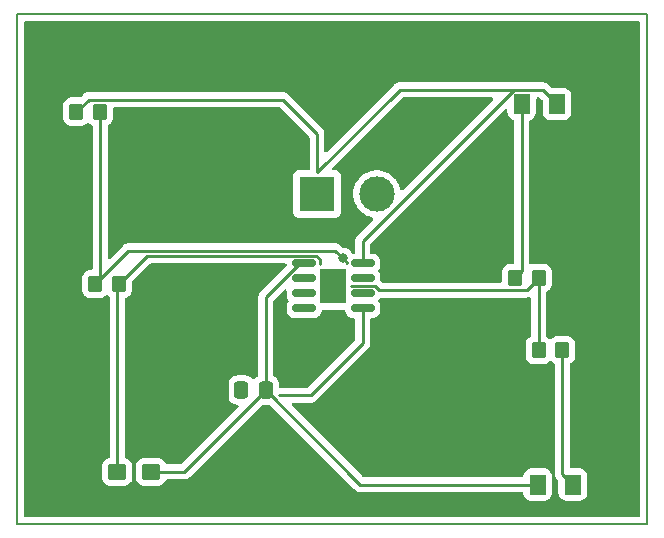
<source format=gbr>
%TF.GenerationSoftware,KiCad,Pcbnew,(6.0.10)*%
%TF.CreationDate,2023-02-17T12:42:37-08:00*%
%TF.ProjectId,exercise2,65786572-6369-4736-9532-2e6b69636164,rev?*%
%TF.SameCoordinates,Original*%
%TF.FileFunction,Copper,L1,Top*%
%TF.FilePolarity,Positive*%
%FSLAX46Y46*%
G04 Gerber Fmt 4.6, Leading zero omitted, Abs format (unit mm)*
G04 Created by KiCad (PCBNEW (6.0.10)) date 2023-02-17 12:42:37*
%MOMM*%
%LPD*%
G01*
G04 APERTURE LIST*
G04 Aperture macros list*
%AMRoundRect*
0 Rectangle with rounded corners*
0 $1 Rounding radius*
0 $2 $3 $4 $5 $6 $7 $8 $9 X,Y pos of 4 corners*
0 Add a 4 corners polygon primitive as box body*
4,1,4,$2,$3,$4,$5,$6,$7,$8,$9,$2,$3,0*
0 Add four circle primitives for the rounded corners*
1,1,$1+$1,$2,$3*
1,1,$1+$1,$4,$5*
1,1,$1+$1,$6,$7*
1,1,$1+$1,$8,$9*
0 Add four rect primitives between the rounded corners*
20,1,$1+$1,$2,$3,$4,$5,0*
20,1,$1+$1,$4,$5,$6,$7,0*
20,1,$1+$1,$6,$7,$8,$9,0*
20,1,$1+$1,$8,$9,$2,$3,0*%
G04 Aperture macros list end*
%TA.AperFunction,NonConductor*%
%ADD10C,0.200000*%
%TD*%
%TA.AperFunction,SMDPad,CuDef*%
%ADD11RoundRect,0.250001X-0.462499X-0.624999X0.462499X-0.624999X0.462499X0.624999X-0.462499X0.624999X0*%
%TD*%
%TA.AperFunction,SMDPad,CuDef*%
%ADD12RoundRect,0.150000X-0.825000X-0.150000X0.825000X-0.150000X0.825000X0.150000X-0.825000X0.150000X0*%
%TD*%
%TA.AperFunction,SMDPad,CuDef*%
%ADD13R,2.290000X3.000000*%
%TD*%
%TA.AperFunction,ComponentPad*%
%ADD14R,3.000000X3.000000*%
%TD*%
%TA.AperFunction,ComponentPad*%
%ADD15C,3.000000*%
%TD*%
%TA.AperFunction,SMDPad,CuDef*%
%ADD16RoundRect,0.250000X-0.350000X-0.450000X0.350000X-0.450000X0.350000X0.450000X-0.350000X0.450000X0*%
%TD*%
%TA.AperFunction,SMDPad,CuDef*%
%ADD17RoundRect,0.250000X-0.537500X-0.425000X0.537500X-0.425000X0.537500X0.425000X-0.537500X0.425000X0*%
%TD*%
%TA.AperFunction,SMDPad,CuDef*%
%ADD18RoundRect,0.250000X-0.337500X-0.475000X0.337500X-0.475000X0.337500X0.475000X-0.337500X0.475000X0*%
%TD*%
%TA.AperFunction,ViaPad*%
%ADD19C,0.800000*%
%TD*%
%TA.AperFunction,Conductor*%
%ADD20C,0.250000*%
%TD*%
G04 APERTURE END LIST*
D10*
X175260000Y-109220000D02*
X121920000Y-109220000D01*
X121920000Y-109220000D02*
X121920000Y-66040000D01*
X121920000Y-66040000D02*
X175260000Y-66040000D01*
X175260000Y-66040000D02*
X175260000Y-109220000D01*
D11*
%TO.P,D1,1,K*%
%TO.N,Net-(D1-Pad1)*%
X164665000Y-73660000D03*
%TO.P,D1,2,A*%
%TO.N,+9V*%
X167640000Y-73660000D03*
%TD*%
D12*
%TO.P,U1,1,GND*%
%TO.N,GND*%
X146235000Y-87155000D03*
%TO.P,U1,2,TR*%
%TO.N,/pin_2*%
X146235000Y-88425000D03*
%TO.P,U1,3,Q*%
%TO.N,/pin_3*%
X146235000Y-89695000D03*
%TO.P,U1,4,R*%
%TO.N,+9V*%
X146235000Y-90965000D03*
%TO.P,U1,5,CV*%
%TO.N,Net-(C2-Pad1)*%
X151185000Y-90965000D03*
%TO.P,U1,6,THR*%
%TO.N,/pin_2*%
X151185000Y-89695000D03*
%TO.P,U1,7,DIS*%
%TO.N,/pin_7*%
X151185000Y-88425000D03*
%TO.P,U1,8,VCC*%
%TO.N,+9V*%
X151185000Y-87155000D03*
D13*
%TO.P,U1,9*%
%TO.N,N/C*%
X148710000Y-89060000D03*
%TD*%
D14*
%TO.P,J1,1,Pin_1*%
%TO.N,unconnected-(J1-Pad1)*%
X147320000Y-81280000D03*
D15*
%TO.P,J1,2,Pin_2*%
%TO.N,unconnected-(J1-Pad2)*%
X152400000Y-81280000D03*
%TD*%
D16*
%TO.P,R4,1*%
%TO.N,/pin_3*%
X166085320Y-94495000D03*
%TO.P,R4,2*%
%TO.N,Net-(D2-Pad2)*%
X168085320Y-94495000D03*
%TD*%
D11*
%TO.P,D2,1,K*%
%TO.N,GND*%
X166012500Y-105880000D03*
%TO.P,D2,2,A*%
%TO.N,Net-(D2-Pad2)*%
X168987500Y-105880000D03*
%TD*%
D17*
%TO.P,C1,1*%
%TO.N,/pin_2*%
X130390000Y-104805000D03*
%TO.P,C1,2*%
%TO.N,GND*%
X133265000Y-104805000D03*
%TD*%
D16*
%TO.P,R3,1*%
%TO.N,Net-(D1-Pad1)*%
X164100000Y-88385000D03*
%TO.P,R3,2*%
%TO.N,/pin_3*%
X166100000Y-88385000D03*
%TD*%
D18*
%TO.P,C2,1*%
%TO.N,Net-(C2-Pad1)*%
X140923752Y-97880000D03*
%TO.P,C2,2*%
%TO.N,GND*%
X142998752Y-97880000D03*
%TD*%
D16*
%TO.P,R1,1*%
%TO.N,+9V*%
X126949448Y-74305000D03*
%TO.P,R1,2*%
%TO.N,/pin_7*%
X128949448Y-74305000D03*
%TD*%
%TO.P,R2,1*%
%TO.N,/pin_7*%
X128540000Y-88900000D03*
%TO.P,R2,2*%
%TO.N,/pin_2*%
X130540000Y-88900000D03*
%TD*%
D19*
%TO.N,/pin_7*%
X149490000Y-86730000D03*
%TD*%
D20*
%TO.N,/pin_2*%
X130390000Y-89050000D02*
X130390000Y-104805000D01*
X147535000Y-86808249D02*
X147535000Y-87235000D01*
X132910000Y-86530000D02*
X147256751Y-86530000D01*
X130540000Y-88900000D02*
X132910000Y-86530000D01*
X130540000Y-88900000D02*
X130390000Y-89050000D01*
X147256751Y-86530000D02*
X147535000Y-86808249D01*
%TO.N,GND*%
X150998752Y-105880000D02*
X166012500Y-105880000D01*
X136073752Y-104805000D02*
X133265000Y-104805000D01*
X145858249Y-87155000D02*
X146235000Y-87155000D01*
X142998752Y-97880000D02*
X142998752Y-90014497D01*
X142998752Y-97880000D02*
X150998752Y-105880000D01*
X142998752Y-90014497D02*
X145858249Y-87155000D01*
X142998752Y-97880000D02*
X136073752Y-104805000D01*
%TO.N,Net-(C2-Pad1)*%
X151185000Y-90965000D02*
X151185000Y-93927792D01*
X151185000Y-93927792D02*
X146782792Y-98330000D01*
X146782792Y-98330000D02*
X144085148Y-98330000D01*
%TO.N,Net-(D1-Pad1)*%
X164665000Y-73660000D02*
X164665000Y-87820000D01*
X164665000Y-87820000D02*
X164100000Y-88385000D01*
%TO.N,+9V*%
X147320000Y-79455000D02*
X154315000Y-72460000D01*
X166440000Y-72460000D02*
X163964328Y-72460000D01*
X151185000Y-85239328D02*
X151185000Y-87155000D01*
X126949448Y-74305000D02*
X127974448Y-73280000D01*
X127974448Y-73280000D02*
X144400000Y-73280000D01*
X147320000Y-76200000D02*
X147320000Y-79455000D01*
X154315000Y-72460000D02*
X166440000Y-72460000D01*
X163964328Y-72460000D02*
X151185000Y-85239328D01*
X166440000Y-72460000D02*
X167640000Y-73660000D01*
X144400000Y-73280000D02*
X147320000Y-76200000D01*
%TO.N,Net-(D2-Pad2)*%
X168085320Y-104977820D02*
X168987500Y-105880000D01*
X168085320Y-94495000D02*
X168085320Y-104977820D01*
%TO.N,/pin_7*%
X131360000Y-86080000D02*
X148840000Y-86080000D01*
X128949448Y-88490552D02*
X128949448Y-74305000D01*
X128540000Y-88900000D02*
X131360000Y-86080000D01*
X149490000Y-86730000D02*
X149885000Y-87125000D01*
X148840000Y-86080000D02*
X149490000Y-86730000D01*
X128540000Y-88900000D02*
X128949448Y-88490552D01*
%TO.N,/pin_3*%
X152206751Y-89070000D02*
X150180000Y-89070000D01*
X165075000Y-89410000D02*
X152546751Y-89410000D01*
X166100000Y-88385000D02*
X166085320Y-88399680D01*
X152546751Y-89410000D02*
X152206751Y-89070000D01*
X166100000Y-88385000D02*
X165075000Y-89410000D01*
X166085320Y-88399680D02*
X166085320Y-94495000D01*
%TD*%
%TA.AperFunction,NonConductor*%
G36*
X162198855Y-73113502D02*
G01*
X162245348Y-73167158D01*
X162255452Y-73237432D01*
X162225958Y-73302012D01*
X162219829Y-73308595D01*
X154581491Y-80946932D01*
X154519179Y-80980958D01*
X154448364Y-80975893D01*
X154391528Y-80933346D01*
X154369014Y-80883388D01*
X154339901Y-80742809D01*
X154339032Y-80738612D01*
X154247617Y-80480465D01*
X154122013Y-80237112D01*
X154112040Y-80222921D01*
X153967008Y-80016562D01*
X153964545Y-80013057D01*
X153778125Y-79812445D01*
X153774810Y-79809731D01*
X153774806Y-79809728D01*
X153613304Y-79677540D01*
X153566205Y-79638990D01*
X153332704Y-79495901D01*
X153328768Y-79494173D01*
X153085873Y-79387549D01*
X153085869Y-79387548D01*
X153081945Y-79385825D01*
X152818566Y-79310800D01*
X152814324Y-79310196D01*
X152814318Y-79310195D01*
X152609387Y-79281029D01*
X152547443Y-79272213D01*
X152403589Y-79271460D01*
X152277877Y-79270802D01*
X152277871Y-79270802D01*
X152273591Y-79270780D01*
X152269347Y-79271339D01*
X152269343Y-79271339D01*
X152195741Y-79281029D01*
X152002078Y-79306525D01*
X151997938Y-79307658D01*
X151997936Y-79307658D01*
X151930037Y-79326233D01*
X151737928Y-79378788D01*
X151733980Y-79380472D01*
X151489982Y-79484546D01*
X151489978Y-79484548D01*
X151486030Y-79486232D01*
X151466125Y-79498145D01*
X151254725Y-79624664D01*
X151254721Y-79624667D01*
X151251043Y-79626868D01*
X151037318Y-79798094D01*
X150848808Y-79996742D01*
X150689002Y-80219136D01*
X150560857Y-80461161D01*
X150559385Y-80465184D01*
X150559383Y-80465188D01*
X150552314Y-80484506D01*
X150466743Y-80718337D01*
X150408404Y-80985907D01*
X150386917Y-81258918D01*
X150402682Y-81532320D01*
X150403507Y-81536525D01*
X150403508Y-81536533D01*
X150433917Y-81691526D01*
X150455405Y-81801053D01*
X150544112Y-82060144D01*
X150667160Y-82304799D01*
X150669586Y-82308328D01*
X150669589Y-82308334D01*
X150819843Y-82526953D01*
X150822274Y-82530490D01*
X151006582Y-82733043D01*
X151216675Y-82908707D01*
X151220316Y-82910991D01*
X151445024Y-83051951D01*
X151445028Y-83051953D01*
X151448664Y-83054234D01*
X151573461Y-83110582D01*
X151694345Y-83165164D01*
X151694349Y-83165166D01*
X151698257Y-83166930D01*
X151702377Y-83168150D01*
X151702376Y-83168150D01*
X151956723Y-83243491D01*
X151956727Y-83243492D01*
X151960836Y-83244709D01*
X151965070Y-83245357D01*
X151965075Y-83245358D01*
X151994831Y-83249911D01*
X152059142Y-83279987D01*
X152096984Y-83340058D01*
X152096342Y-83411051D01*
X152064867Y-83463556D01*
X150792747Y-84735676D01*
X150784461Y-84743216D01*
X150777982Y-84747328D01*
X150772557Y-84753105D01*
X150731357Y-84796979D01*
X150728602Y-84799821D01*
X150708865Y-84819558D01*
X150706385Y-84822755D01*
X150698682Y-84831775D01*
X150668414Y-84864007D01*
X150664595Y-84870953D01*
X150664593Y-84870956D01*
X150658652Y-84881762D01*
X150647801Y-84898281D01*
X150635386Y-84914287D01*
X150632241Y-84921556D01*
X150632238Y-84921560D01*
X150617826Y-84954865D01*
X150612609Y-84965515D01*
X150591305Y-85004268D01*
X150589334Y-85011943D01*
X150589334Y-85011944D01*
X150586267Y-85023890D01*
X150579863Y-85042594D01*
X150571819Y-85061183D01*
X150570580Y-85069006D01*
X150570577Y-85069016D01*
X150564901Y-85104852D01*
X150562495Y-85116472D01*
X150551500Y-85159298D01*
X150551500Y-85179552D01*
X150549949Y-85199262D01*
X150546780Y-85219271D01*
X150547526Y-85227163D01*
X150550941Y-85263289D01*
X150551500Y-85275147D01*
X150551500Y-86220500D01*
X150531498Y-86288621D01*
X150477842Y-86335114D01*
X150425500Y-86346500D01*
X150390377Y-86346500D01*
X150322256Y-86326498D01*
X150281258Y-86283500D01*
X150232341Y-86198774D01*
X150229040Y-86193056D01*
X150101253Y-86051134D01*
X149946752Y-85938882D01*
X149940724Y-85936198D01*
X149940722Y-85936197D01*
X149778319Y-85863891D01*
X149778318Y-85863891D01*
X149772288Y-85861206D01*
X149678888Y-85841353D01*
X149591944Y-85822872D01*
X149591939Y-85822872D01*
X149585487Y-85821500D01*
X149529595Y-85821500D01*
X149461474Y-85801498D01*
X149440500Y-85784595D01*
X149343652Y-85687747D01*
X149336112Y-85679461D01*
X149332000Y-85672982D01*
X149282348Y-85626356D01*
X149279507Y-85623602D01*
X149259770Y-85603865D01*
X149256573Y-85601385D01*
X149247551Y-85593680D01*
X149234116Y-85581064D01*
X149215321Y-85563414D01*
X149208375Y-85559595D01*
X149208372Y-85559593D01*
X149197566Y-85553652D01*
X149181047Y-85542801D01*
X149180583Y-85542441D01*
X149165041Y-85530386D01*
X149157772Y-85527241D01*
X149157768Y-85527238D01*
X149124463Y-85512826D01*
X149113813Y-85507609D01*
X149075060Y-85486305D01*
X149055437Y-85481267D01*
X149036734Y-85474863D01*
X149025420Y-85469967D01*
X149025419Y-85469967D01*
X149018145Y-85466819D01*
X149010322Y-85465580D01*
X149010312Y-85465577D01*
X148974476Y-85459901D01*
X148962856Y-85457495D01*
X148927711Y-85448472D01*
X148927710Y-85448472D01*
X148920030Y-85446500D01*
X148899776Y-85446500D01*
X148880065Y-85444949D01*
X148867886Y-85443020D01*
X148860057Y-85441780D01*
X148830786Y-85444547D01*
X148816039Y-85445941D01*
X148804181Y-85446500D01*
X131438767Y-85446500D01*
X131427584Y-85445973D01*
X131420091Y-85444298D01*
X131412165Y-85444547D01*
X131412164Y-85444547D01*
X131352014Y-85446438D01*
X131348055Y-85446500D01*
X131320144Y-85446500D01*
X131316210Y-85446997D01*
X131316209Y-85446997D01*
X131316144Y-85447005D01*
X131304307Y-85447938D01*
X131272490Y-85448938D01*
X131268029Y-85449078D01*
X131260110Y-85449327D01*
X131242454Y-85454456D01*
X131240658Y-85454978D01*
X131221306Y-85458986D01*
X131214235Y-85459880D01*
X131201203Y-85461526D01*
X131193834Y-85464443D01*
X131193832Y-85464444D01*
X131160097Y-85477800D01*
X131148869Y-85481645D01*
X131106407Y-85493982D01*
X131099585Y-85498016D01*
X131099579Y-85498019D01*
X131088968Y-85504294D01*
X131071218Y-85512990D01*
X131059756Y-85517528D01*
X131059751Y-85517531D01*
X131052383Y-85520448D01*
X131034970Y-85533099D01*
X131016625Y-85546427D01*
X131006707Y-85552943D01*
X131005052Y-85553922D01*
X130968637Y-85575458D01*
X130954313Y-85589782D01*
X130939281Y-85602621D01*
X130922893Y-85614528D01*
X130894712Y-85648593D01*
X130886722Y-85657373D01*
X129798043Y-86746052D01*
X129735731Y-86780078D01*
X129664916Y-86775013D01*
X129608080Y-86732466D01*
X129583269Y-86665946D01*
X129582948Y-86656957D01*
X129582948Y-75541781D01*
X129602950Y-75473660D01*
X129642645Y-75434637D01*
X129767568Y-75357332D01*
X129773796Y-75353478D01*
X129898753Y-75228303D01*
X129991563Y-75077738D01*
X130047245Y-74909861D01*
X130049864Y-74884305D01*
X130057620Y-74808598D01*
X130057948Y-74805400D01*
X130057948Y-74039500D01*
X130077950Y-73971379D01*
X130131606Y-73924886D01*
X130183948Y-73913500D01*
X144085406Y-73913500D01*
X144153527Y-73933502D01*
X144174501Y-73950405D01*
X146649595Y-76425499D01*
X146683621Y-76487811D01*
X146686500Y-76514594D01*
X146686500Y-79145500D01*
X146666498Y-79213621D01*
X146612842Y-79260114D01*
X146560500Y-79271500D01*
X145771866Y-79271500D01*
X145709684Y-79278255D01*
X145573295Y-79329385D01*
X145456739Y-79416739D01*
X145369385Y-79533295D01*
X145318255Y-79669684D01*
X145311500Y-79731866D01*
X145311500Y-82828134D01*
X145318255Y-82890316D01*
X145369385Y-83026705D01*
X145456739Y-83143261D01*
X145573295Y-83230615D01*
X145709684Y-83281745D01*
X145771866Y-83288500D01*
X148868134Y-83288500D01*
X148930316Y-83281745D01*
X149066705Y-83230615D01*
X149183261Y-83143261D01*
X149270615Y-83026705D01*
X149321745Y-82890316D01*
X149328500Y-82828134D01*
X149328500Y-79731866D01*
X149321745Y-79669684D01*
X149270615Y-79533295D01*
X149183261Y-79416739D01*
X149066705Y-79329385D01*
X148930316Y-79278255D01*
X148868134Y-79271500D01*
X148703594Y-79271500D01*
X148635473Y-79251498D01*
X148588980Y-79197842D01*
X148578876Y-79127568D01*
X148608370Y-79062988D01*
X148614499Y-79056405D01*
X151506795Y-76164110D01*
X154540500Y-73130405D01*
X154602812Y-73096379D01*
X154629595Y-73093500D01*
X162130734Y-73093500D01*
X162198855Y-73113502D01*
G37*
%TD.AperFunction*%
%TA.AperFunction,NonConductor*%
G36*
X163362032Y-74062367D02*
G01*
X163418868Y-74104914D01*
X163443679Y-74171434D01*
X163444000Y-74180423D01*
X163444000Y-74335400D01*
X163454974Y-74441165D01*
X163510950Y-74608945D01*
X163604022Y-74759348D01*
X163729197Y-74884305D01*
X163735427Y-74888145D01*
X163735428Y-74888146D01*
X163872590Y-74972694D01*
X163879762Y-74977115D01*
X163927288Y-74992879D01*
X163945167Y-74998809D01*
X164003527Y-75039240D01*
X164030764Y-75104804D01*
X164031500Y-75118402D01*
X164031500Y-87050500D01*
X164011498Y-87118621D01*
X163957842Y-87165114D01*
X163905500Y-87176500D01*
X163699600Y-87176500D01*
X163696354Y-87176837D01*
X163696350Y-87176837D01*
X163600692Y-87186762D01*
X163600688Y-87186763D01*
X163593834Y-87187474D01*
X163587298Y-87189655D01*
X163587296Y-87189655D01*
X163565083Y-87197066D01*
X163426054Y-87243450D01*
X163275652Y-87336522D01*
X163150695Y-87461697D01*
X163146855Y-87467927D01*
X163146854Y-87467928D01*
X163080591Y-87575427D01*
X163057885Y-87612262D01*
X163055581Y-87619209D01*
X163024547Y-87712775D01*
X163002203Y-87780139D01*
X163001503Y-87786975D01*
X163001502Y-87786978D01*
X163000051Y-87801139D01*
X162991500Y-87884600D01*
X162991500Y-88650500D01*
X162971498Y-88718621D01*
X162917842Y-88765114D01*
X162865500Y-88776500D01*
X152861346Y-88776500D01*
X152793225Y-88756498D01*
X152772251Y-88739595D01*
X152710403Y-88677747D01*
X152702864Y-88669464D01*
X152698751Y-88662982D01*
X152696556Y-88660921D01*
X152669406Y-88597694D01*
X152668500Y-88582611D01*
X152668500Y-88208498D01*
X152665562Y-88171169D01*
X152619145Y-88011399D01*
X152534453Y-87868193D01*
X152531771Y-87865511D01*
X152506498Y-87801139D01*
X152520400Y-87731516D01*
X152530572Y-87715688D01*
X152534453Y-87711807D01*
X152619145Y-87568601D01*
X152665562Y-87408831D01*
X152667692Y-87381775D01*
X152668307Y-87373958D01*
X152668307Y-87373950D01*
X152668500Y-87371502D01*
X152668500Y-86938498D01*
X152667477Y-86925500D01*
X152666067Y-86907579D01*
X152666066Y-86907574D01*
X152665562Y-86901169D01*
X152628832Y-86774742D01*
X152621357Y-86749012D01*
X152621356Y-86749010D01*
X152619145Y-86741399D01*
X152569206Y-86656957D01*
X152538491Y-86605020D01*
X152538489Y-86605017D01*
X152534453Y-86598193D01*
X152416807Y-86480547D01*
X152409983Y-86476511D01*
X152409980Y-86476509D01*
X152280427Y-86399892D01*
X152280428Y-86399892D01*
X152273601Y-86395855D01*
X152265990Y-86393644D01*
X152265988Y-86393643D01*
X152213769Y-86378472D01*
X152113831Y-86349438D01*
X152107426Y-86348934D01*
X152107421Y-86348933D01*
X152078958Y-86346693D01*
X152078950Y-86346693D01*
X152076502Y-86346500D01*
X151944500Y-86346500D01*
X151876379Y-86326498D01*
X151829886Y-86272842D01*
X151818500Y-86220500D01*
X151818500Y-85553922D01*
X151838502Y-85485801D01*
X151855405Y-85464827D01*
X163228905Y-74091328D01*
X163291217Y-74057302D01*
X163362032Y-74062367D01*
G37*
%TD.AperFunction*%
%TA.AperFunction,NonConductor*%
G36*
X144670531Y-89342788D02*
G01*
X144727367Y-89385335D01*
X144752178Y-89451855D01*
X144752111Y-89470724D01*
X144751694Y-89476027D01*
X144751500Y-89478498D01*
X144751500Y-89911502D01*
X144751693Y-89913950D01*
X144751693Y-89913958D01*
X144753932Y-89942396D01*
X144754438Y-89948831D01*
X144800855Y-90108601D01*
X144885547Y-90251807D01*
X144888229Y-90254489D01*
X144913502Y-90318861D01*
X144899600Y-90388484D01*
X144889428Y-90404312D01*
X144885547Y-90408193D01*
X144800855Y-90551399D01*
X144754438Y-90711169D01*
X144751500Y-90748498D01*
X144751500Y-91181502D01*
X144754438Y-91218831D01*
X144800855Y-91378601D01*
X144804892Y-91385427D01*
X144881509Y-91514980D01*
X144881511Y-91514983D01*
X144885547Y-91521807D01*
X145003193Y-91639453D01*
X145010017Y-91643489D01*
X145010020Y-91643491D01*
X145117589Y-91707107D01*
X145146399Y-91724145D01*
X145154010Y-91726356D01*
X145154012Y-91726357D01*
X145206231Y-91741528D01*
X145306169Y-91770562D01*
X145312574Y-91771066D01*
X145312579Y-91771067D01*
X145341042Y-91773307D01*
X145341050Y-91773307D01*
X145343498Y-91773500D01*
X147126502Y-91773500D01*
X147128950Y-91773307D01*
X147128958Y-91773307D01*
X147157421Y-91771067D01*
X147157426Y-91771066D01*
X147163831Y-91770562D01*
X147263769Y-91741528D01*
X147315988Y-91726357D01*
X147315990Y-91726356D01*
X147323601Y-91724145D01*
X147352411Y-91707107D01*
X147459980Y-91643491D01*
X147459983Y-91643489D01*
X147466807Y-91639453D01*
X147584453Y-91521807D01*
X147588489Y-91514983D01*
X147588491Y-91514980D01*
X147665108Y-91385427D01*
X147669145Y-91378601D01*
X147715562Y-91218831D01*
X147718255Y-91184614D01*
X147743541Y-91118273D01*
X147800679Y-91076133D01*
X147843867Y-91068500D01*
X149576133Y-91068500D01*
X149644254Y-91088502D01*
X149690747Y-91142158D01*
X149701745Y-91184614D01*
X149704438Y-91218831D01*
X149750855Y-91378601D01*
X149754892Y-91385427D01*
X149831509Y-91514980D01*
X149831511Y-91514983D01*
X149835547Y-91521807D01*
X149953193Y-91639453D01*
X149960017Y-91643489D01*
X149960020Y-91643491D01*
X150067589Y-91707107D01*
X150096399Y-91724145D01*
X150104010Y-91726356D01*
X150104012Y-91726357D01*
X150156231Y-91741528D01*
X150256169Y-91770562D01*
X150262574Y-91771066D01*
X150262579Y-91771067D01*
X150291042Y-91773307D01*
X150291050Y-91773307D01*
X150293498Y-91773500D01*
X150425500Y-91773500D01*
X150493621Y-91793502D01*
X150540114Y-91847158D01*
X150551500Y-91899500D01*
X150551500Y-93613197D01*
X150531498Y-93681318D01*
X150514595Y-93702292D01*
X146557292Y-97659595D01*
X146494980Y-97693621D01*
X146468197Y-97696500D01*
X144220752Y-97696500D01*
X144152631Y-97676498D01*
X144106138Y-97622842D01*
X144094752Y-97570500D01*
X144094752Y-97354600D01*
X144083778Y-97248834D01*
X144027802Y-97081054D01*
X143934730Y-96930652D01*
X143809555Y-96805695D01*
X143692135Y-96733316D01*
X143644643Y-96680545D01*
X143632252Y-96626057D01*
X143632252Y-90329091D01*
X143652254Y-90260970D01*
X143669157Y-90239996D01*
X144263028Y-89646125D01*
X144537406Y-89371748D01*
X144599716Y-89337723D01*
X144670531Y-89342788D01*
G37*
%TD.AperFunction*%
%TA.AperFunction,NonConductor*%
G36*
X174593621Y-66668502D02*
G01*
X174640114Y-66722158D01*
X174651500Y-66774500D01*
X174651500Y-108485500D01*
X174631498Y-108553621D01*
X174577842Y-108600114D01*
X174525500Y-108611500D01*
X122654500Y-108611500D01*
X122586379Y-108591498D01*
X122539886Y-108537842D01*
X122528500Y-108485500D01*
X122528500Y-74805400D01*
X125840948Y-74805400D01*
X125841285Y-74808646D01*
X125841285Y-74808650D01*
X125849534Y-74888146D01*
X125851922Y-74911166D01*
X125854103Y-74917702D01*
X125854103Y-74917704D01*
X125890760Y-75027577D01*
X125907898Y-75078946D01*
X126000970Y-75229348D01*
X126126145Y-75354305D01*
X126132375Y-75358145D01*
X126132376Y-75358146D01*
X126269538Y-75442694D01*
X126276710Y-75447115D01*
X126356453Y-75473564D01*
X126438059Y-75500632D01*
X126438061Y-75500632D01*
X126444587Y-75502797D01*
X126451423Y-75503497D01*
X126451426Y-75503498D01*
X126494479Y-75507909D01*
X126549048Y-75513500D01*
X127349848Y-75513500D01*
X127353094Y-75513163D01*
X127353098Y-75513163D01*
X127448756Y-75503238D01*
X127448760Y-75503237D01*
X127455614Y-75502526D01*
X127462150Y-75500345D01*
X127462152Y-75500345D01*
X127594254Y-75456272D01*
X127623394Y-75446550D01*
X127773796Y-75353478D01*
X127860232Y-75266891D01*
X127922514Y-75232812D01*
X127993334Y-75237815D01*
X128038424Y-75266736D01*
X128126145Y-75354305D01*
X128132375Y-75358145D01*
X128132376Y-75358146D01*
X128256064Y-75434389D01*
X128303558Y-75487162D01*
X128315948Y-75541649D01*
X128315948Y-87565500D01*
X128295946Y-87633621D01*
X128242290Y-87680114D01*
X128189948Y-87691500D01*
X128139600Y-87691500D01*
X128136354Y-87691837D01*
X128136350Y-87691837D01*
X128040692Y-87701762D01*
X128040688Y-87701763D01*
X128033834Y-87702474D01*
X128027298Y-87704655D01*
X128027296Y-87704655D01*
X127895194Y-87748728D01*
X127866054Y-87758450D01*
X127715652Y-87851522D01*
X127590695Y-87976697D01*
X127586855Y-87982927D01*
X127586854Y-87982928D01*
X127564612Y-88019012D01*
X127497885Y-88127262D01*
X127442203Y-88295139D01*
X127431500Y-88399600D01*
X127431500Y-89400400D01*
X127431837Y-89403646D01*
X127431837Y-89403650D01*
X127439860Y-89480968D01*
X127442474Y-89506166D01*
X127444655Y-89512702D01*
X127444655Y-89512704D01*
X127471085Y-89591923D01*
X127498450Y-89673946D01*
X127591522Y-89824348D01*
X127716697Y-89949305D01*
X127722927Y-89953145D01*
X127722928Y-89953146D01*
X127860090Y-90037694D01*
X127867262Y-90042115D01*
X127935915Y-90064886D01*
X128028611Y-90095632D01*
X128028613Y-90095632D01*
X128035139Y-90097797D01*
X128041975Y-90098497D01*
X128041978Y-90098498D01*
X128085031Y-90102909D01*
X128139600Y-90108500D01*
X128940400Y-90108500D01*
X128943646Y-90108163D01*
X128943650Y-90108163D01*
X129039308Y-90098238D01*
X129039312Y-90098237D01*
X129046166Y-90097526D01*
X129052702Y-90095345D01*
X129052704Y-90095345D01*
X129202247Y-90045453D01*
X129213946Y-90041550D01*
X129364348Y-89948478D01*
X129450784Y-89861891D01*
X129513066Y-89827812D01*
X129583886Y-89832815D01*
X129628975Y-89861736D01*
X129716697Y-89949305D01*
X129715059Y-89950945D01*
X129749656Y-89999744D01*
X129756500Y-90040706D01*
X129756500Y-103521610D01*
X129736498Y-103589731D01*
X129682842Y-103636224D01*
X129670377Y-103641133D01*
X129535507Y-103686130D01*
X129535505Y-103686131D01*
X129528554Y-103688450D01*
X129378152Y-103781522D01*
X129253195Y-103906697D01*
X129160385Y-104057262D01*
X129104703Y-104225139D01*
X129094000Y-104329600D01*
X129094000Y-105280400D01*
X129094337Y-105283646D01*
X129094337Y-105283650D01*
X129103884Y-105375659D01*
X129104974Y-105386166D01*
X129107155Y-105392702D01*
X129107155Y-105392704D01*
X129126640Y-105451108D01*
X129160950Y-105553946D01*
X129254022Y-105704348D01*
X129379197Y-105829305D01*
X129385427Y-105833145D01*
X129385428Y-105833146D01*
X129522590Y-105917694D01*
X129529762Y-105922115D01*
X129609505Y-105948564D01*
X129691111Y-105975632D01*
X129691113Y-105975632D01*
X129697639Y-105977797D01*
X129704475Y-105978497D01*
X129704478Y-105978498D01*
X129747531Y-105982909D01*
X129802100Y-105988500D01*
X130977900Y-105988500D01*
X130981146Y-105988163D01*
X130981150Y-105988163D01*
X131076808Y-105978238D01*
X131076812Y-105978237D01*
X131083666Y-105977526D01*
X131090202Y-105975345D01*
X131090204Y-105975345D01*
X131222306Y-105931272D01*
X131251446Y-105921550D01*
X131401848Y-105828478D01*
X131526805Y-105703303D01*
X131530646Y-105697072D01*
X131615775Y-105558968D01*
X131615776Y-105558966D01*
X131619615Y-105552738D01*
X131655974Y-105443118D01*
X131673132Y-105391389D01*
X131673132Y-105391387D01*
X131675297Y-105384861D01*
X131676904Y-105369182D01*
X131685672Y-105283598D01*
X131686000Y-105280400D01*
X131686000Y-104329600D01*
X131675026Y-104223834D01*
X131656606Y-104168621D01*
X131621368Y-104063002D01*
X131619050Y-104056054D01*
X131525978Y-103905652D01*
X131400803Y-103780695D01*
X131394572Y-103776854D01*
X131256468Y-103691725D01*
X131256466Y-103691724D01*
X131250238Y-103687885D01*
X131109833Y-103641315D01*
X131051473Y-103600885D01*
X131024236Y-103535320D01*
X131023500Y-103521722D01*
X131023500Y-90195879D01*
X131043502Y-90127758D01*
X131097158Y-90081265D01*
X131109623Y-90076356D01*
X131206993Y-90043870D01*
X131206995Y-90043869D01*
X131213946Y-90041550D01*
X131364348Y-89948478D01*
X131489305Y-89823303D01*
X131540226Y-89740695D01*
X131578275Y-89678968D01*
X131578276Y-89678966D01*
X131582115Y-89672738D01*
X131630603Y-89526550D01*
X131635632Y-89511389D01*
X131635632Y-89511387D01*
X131637797Y-89504861D01*
X131648500Y-89400400D01*
X131648500Y-88739594D01*
X131668502Y-88671473D01*
X131685405Y-88650499D01*
X133135499Y-87200405D01*
X133197811Y-87166379D01*
X133224594Y-87163500D01*
X144625500Y-87163500D01*
X144693621Y-87183502D01*
X144740114Y-87237158D01*
X144751500Y-87289500D01*
X144751500Y-87313654D01*
X144731498Y-87381775D01*
X144714595Y-87402749D01*
X142606499Y-89510845D01*
X142598213Y-89518385D01*
X142591734Y-89522497D01*
X142586309Y-89528274D01*
X142545109Y-89572148D01*
X142542354Y-89574990D01*
X142522617Y-89594727D01*
X142520137Y-89597924D01*
X142512434Y-89606944D01*
X142482166Y-89639176D01*
X142478347Y-89646122D01*
X142478345Y-89646125D01*
X142472404Y-89656931D01*
X142461553Y-89673450D01*
X142449138Y-89689456D01*
X142445993Y-89696725D01*
X142445990Y-89696729D01*
X142431578Y-89730034D01*
X142426361Y-89740684D01*
X142405057Y-89779437D01*
X142403086Y-89787112D01*
X142403086Y-89787113D01*
X142400019Y-89799059D01*
X142393615Y-89817763D01*
X142389267Y-89827812D01*
X142385571Y-89836352D01*
X142384332Y-89844175D01*
X142384329Y-89844185D01*
X142378653Y-89880021D01*
X142376247Y-89891641D01*
X142368160Y-89923142D01*
X142365252Y-89934467D01*
X142365252Y-89954721D01*
X142363701Y-89974431D01*
X142360532Y-89994440D01*
X142361278Y-90002332D01*
X142364693Y-90038458D01*
X142365252Y-90050316D01*
X142365252Y-96625954D01*
X142345250Y-96694075D01*
X142305555Y-96733098D01*
X142186904Y-96806522D01*
X142061947Y-96931697D01*
X142059346Y-96935916D01*
X142002222Y-96976417D01*
X141931299Y-96979649D01*
X141869887Y-96944024D01*
X141863330Y-96936470D01*
X141859730Y-96930652D01*
X141734555Y-96805695D01*
X141617137Y-96733317D01*
X141590220Y-96716725D01*
X141590218Y-96716724D01*
X141583990Y-96712885D01*
X141504247Y-96686436D01*
X141422641Y-96659368D01*
X141422639Y-96659368D01*
X141416113Y-96657203D01*
X141409277Y-96656503D01*
X141409274Y-96656502D01*
X141366221Y-96652091D01*
X141311652Y-96646500D01*
X140535852Y-96646500D01*
X140532606Y-96646837D01*
X140532602Y-96646837D01*
X140436944Y-96656762D01*
X140436940Y-96656763D01*
X140430086Y-96657474D01*
X140423550Y-96659655D01*
X140423548Y-96659655D01*
X140360934Y-96680545D01*
X140262306Y-96713450D01*
X140111904Y-96806522D01*
X139986947Y-96931697D01*
X139894137Y-97082262D01*
X139838455Y-97250139D01*
X139827752Y-97354600D01*
X139827752Y-98405400D01*
X139838726Y-98511166D01*
X139894702Y-98678946D01*
X139987774Y-98829348D01*
X140112949Y-98954305D01*
X140119179Y-98958145D01*
X140119180Y-98958146D01*
X140127967Y-98963562D01*
X140263514Y-99047115D01*
X140343257Y-99073564D01*
X140424863Y-99100632D01*
X140424865Y-99100632D01*
X140431391Y-99102797D01*
X140438227Y-99103497D01*
X140438230Y-99103498D01*
X140481283Y-99107909D01*
X140535852Y-99113500D01*
X140565158Y-99113500D01*
X140633279Y-99133502D01*
X140679772Y-99187158D01*
X140689876Y-99257432D01*
X140660382Y-99322012D01*
X140654253Y-99328595D01*
X135848252Y-104134595D01*
X135785940Y-104168621D01*
X135759157Y-104171500D01*
X134623357Y-104171500D01*
X134555236Y-104151498D01*
X134508743Y-104097842D01*
X134503834Y-104085378D01*
X134496370Y-104063005D01*
X134496367Y-104062998D01*
X134494050Y-104056054D01*
X134400978Y-103905652D01*
X134275803Y-103780695D01*
X134269572Y-103776854D01*
X134131468Y-103691725D01*
X134131466Y-103691724D01*
X134125238Y-103687885D01*
X134045495Y-103661436D01*
X133963889Y-103634368D01*
X133963887Y-103634368D01*
X133957361Y-103632203D01*
X133950525Y-103631503D01*
X133950522Y-103631502D01*
X133899074Y-103626231D01*
X133852900Y-103621500D01*
X132677100Y-103621500D01*
X132673854Y-103621837D01*
X132673850Y-103621837D01*
X132578192Y-103631762D01*
X132578188Y-103631763D01*
X132571334Y-103632474D01*
X132564798Y-103634655D01*
X132564796Y-103634655D01*
X132544834Y-103641315D01*
X132403554Y-103688450D01*
X132253152Y-103781522D01*
X132128195Y-103906697D01*
X132035385Y-104057262D01*
X131979703Y-104225139D01*
X131969000Y-104329600D01*
X131969000Y-105280400D01*
X131969337Y-105283646D01*
X131969337Y-105283650D01*
X131978884Y-105375659D01*
X131979974Y-105386166D01*
X131982155Y-105392702D01*
X131982155Y-105392704D01*
X132001640Y-105451108D01*
X132035950Y-105553946D01*
X132129022Y-105704348D01*
X132254197Y-105829305D01*
X132260427Y-105833145D01*
X132260428Y-105833146D01*
X132397590Y-105917694D01*
X132404762Y-105922115D01*
X132484505Y-105948564D01*
X132566111Y-105975632D01*
X132566113Y-105975632D01*
X132572639Y-105977797D01*
X132579475Y-105978497D01*
X132579478Y-105978498D01*
X132622531Y-105982909D01*
X132677100Y-105988500D01*
X133852900Y-105988500D01*
X133856146Y-105988163D01*
X133856150Y-105988163D01*
X133951808Y-105978238D01*
X133951812Y-105978237D01*
X133958666Y-105977526D01*
X133965202Y-105975345D01*
X133965204Y-105975345D01*
X134097306Y-105931272D01*
X134126446Y-105921550D01*
X134276848Y-105828478D01*
X134401805Y-105703303D01*
X134405646Y-105697072D01*
X134490775Y-105558968D01*
X134490776Y-105558966D01*
X134494615Y-105552738D01*
X134503872Y-105524830D01*
X134544303Y-105466472D01*
X134609867Y-105439236D01*
X134623464Y-105438500D01*
X135994985Y-105438500D01*
X136006168Y-105439027D01*
X136013661Y-105440702D01*
X136021587Y-105440453D01*
X136021588Y-105440453D01*
X136081738Y-105438562D01*
X136085697Y-105438500D01*
X136113608Y-105438500D01*
X136117543Y-105438003D01*
X136117608Y-105437995D01*
X136129445Y-105437062D01*
X136161703Y-105436048D01*
X136165722Y-105435922D01*
X136173641Y-105435673D01*
X136193095Y-105430021D01*
X136212452Y-105426013D01*
X136224682Y-105424468D01*
X136224683Y-105424468D01*
X136232549Y-105423474D01*
X136239920Y-105420555D01*
X136239922Y-105420555D01*
X136273664Y-105407196D01*
X136284894Y-105403351D01*
X136319735Y-105393229D01*
X136319736Y-105393229D01*
X136327345Y-105391018D01*
X136334164Y-105386985D01*
X136334169Y-105386983D01*
X136344780Y-105380707D01*
X136362528Y-105372012D01*
X136381369Y-105364552D01*
X136417139Y-105338564D01*
X136427059Y-105332048D01*
X136458287Y-105313580D01*
X136458290Y-105313578D01*
X136465114Y-105309542D01*
X136479435Y-105295221D01*
X136494469Y-105282380D01*
X136497194Y-105280400D01*
X136510859Y-105270472D01*
X136539050Y-105236395D01*
X136547040Y-105227616D01*
X142624252Y-99150405D01*
X142686564Y-99116379D01*
X142713347Y-99113500D01*
X143284158Y-99113500D01*
X143352279Y-99133502D01*
X143373253Y-99150405D01*
X150495095Y-106272247D01*
X150502639Y-106280537D01*
X150506752Y-106287018D01*
X150512529Y-106292443D01*
X150556419Y-106333658D01*
X150559261Y-106336413D01*
X150578982Y-106356134D01*
X150582177Y-106358612D01*
X150591199Y-106366318D01*
X150623431Y-106396586D01*
X150630380Y-106400406D01*
X150641184Y-106406346D01*
X150657708Y-106417199D01*
X150673711Y-106429613D01*
X150714295Y-106447176D01*
X150724925Y-106452383D01*
X150763692Y-106473695D01*
X150771369Y-106475666D01*
X150771374Y-106475668D01*
X150783310Y-106478732D01*
X150802018Y-106485137D01*
X150820607Y-106493181D01*
X150828432Y-106494420D01*
X150828434Y-106494421D01*
X150864271Y-106500097D01*
X150875892Y-106502504D01*
X150911041Y-106511528D01*
X150918722Y-106513500D01*
X150938983Y-106513500D01*
X150958692Y-106515051D01*
X150978695Y-106518219D01*
X150986587Y-106517473D01*
X150991814Y-106516979D01*
X151022706Y-106514059D01*
X151034563Y-106513500D01*
X164673550Y-106513500D01*
X164741671Y-106533502D01*
X164788164Y-106587158D01*
X164798877Y-106626496D01*
X164802474Y-106661165D01*
X164858450Y-106828945D01*
X164951522Y-106979348D01*
X165076697Y-107104305D01*
X165082927Y-107108145D01*
X165082928Y-107108146D01*
X165220090Y-107192694D01*
X165227262Y-107197115D01*
X165307005Y-107223564D01*
X165388611Y-107250632D01*
X165388613Y-107250632D01*
X165395139Y-107252797D01*
X165401975Y-107253497D01*
X165401978Y-107253498D01*
X165445031Y-107257909D01*
X165499600Y-107263500D01*
X166525400Y-107263500D01*
X166528646Y-107263163D01*
X166528650Y-107263163D01*
X166624307Y-107253238D01*
X166624311Y-107253237D01*
X166631165Y-107252526D01*
X166637701Y-107250345D01*
X166637703Y-107250345D01*
X166769805Y-107206272D01*
X166798945Y-107196550D01*
X166949348Y-107103478D01*
X167074305Y-106978303D01*
X167167115Y-106827738D01*
X167222797Y-106659861D01*
X167226216Y-106626497D01*
X167233172Y-106558598D01*
X167233500Y-106555400D01*
X167233500Y-105207768D01*
X167253502Y-105139647D01*
X167275763Y-105120358D01*
X167243308Y-105105536D01*
X167206296Y-105050188D01*
X167168868Y-104938003D01*
X167166550Y-104931055D01*
X167073478Y-104780652D01*
X166948303Y-104655695D01*
X166942072Y-104651854D01*
X166803968Y-104566725D01*
X166803966Y-104566724D01*
X166797738Y-104562885D01*
X166637254Y-104509655D01*
X166636389Y-104509368D01*
X166636387Y-104509368D01*
X166629861Y-104507203D01*
X166623025Y-104506503D01*
X166623022Y-104506502D01*
X166579969Y-104502091D01*
X166525400Y-104496500D01*
X165499600Y-104496500D01*
X165496354Y-104496837D01*
X165496350Y-104496837D01*
X165400693Y-104506762D01*
X165400689Y-104506763D01*
X165393835Y-104507474D01*
X165387299Y-104509655D01*
X165387297Y-104509655D01*
X165255195Y-104553728D01*
X165226055Y-104563450D01*
X165075652Y-104656522D01*
X164950695Y-104781697D01*
X164946855Y-104787927D01*
X164946854Y-104787928D01*
X164872916Y-104907878D01*
X164857885Y-104932262D01*
X164855581Y-104939209D01*
X164809403Y-105078433D01*
X164802203Y-105100139D01*
X164801502Y-105106977D01*
X164801502Y-105106979D01*
X164798801Y-105133342D01*
X164771960Y-105199070D01*
X164713845Y-105239852D01*
X164673457Y-105246500D01*
X151313347Y-105246500D01*
X151245226Y-105226498D01*
X151224252Y-105209595D01*
X145193252Y-99178595D01*
X145159226Y-99116283D01*
X145164291Y-99045468D01*
X145206838Y-98988632D01*
X145273358Y-98963821D01*
X145282347Y-98963500D01*
X146704025Y-98963500D01*
X146715208Y-98964027D01*
X146722701Y-98965702D01*
X146730627Y-98965453D01*
X146730628Y-98965453D01*
X146790778Y-98963562D01*
X146794737Y-98963500D01*
X146822648Y-98963500D01*
X146826583Y-98963003D01*
X146826648Y-98962995D01*
X146838485Y-98962062D01*
X146870743Y-98961048D01*
X146874762Y-98960922D01*
X146882681Y-98960673D01*
X146902135Y-98955021D01*
X146921492Y-98951013D01*
X146933722Y-98949468D01*
X146933723Y-98949468D01*
X146941589Y-98948474D01*
X146948960Y-98945555D01*
X146948962Y-98945555D01*
X146982704Y-98932196D01*
X146993934Y-98928351D01*
X147028775Y-98918229D01*
X147028776Y-98918229D01*
X147036385Y-98916018D01*
X147043204Y-98911985D01*
X147043209Y-98911983D01*
X147053820Y-98905707D01*
X147071568Y-98897012D01*
X147090409Y-98889552D01*
X147126179Y-98863564D01*
X147136099Y-98857048D01*
X147167327Y-98838580D01*
X147167330Y-98838578D01*
X147174154Y-98834542D01*
X147188475Y-98820221D01*
X147203509Y-98807380D01*
X147213486Y-98800131D01*
X147219899Y-98795472D01*
X147248090Y-98761395D01*
X147256080Y-98752616D01*
X151577247Y-94431449D01*
X151585537Y-94423905D01*
X151592018Y-94419792D01*
X151638659Y-94370124D01*
X151641413Y-94367283D01*
X151661134Y-94347562D01*
X151663612Y-94344367D01*
X151671318Y-94335345D01*
X151696158Y-94308893D01*
X151701586Y-94303113D01*
X151711346Y-94285360D01*
X151722199Y-94268837D01*
X151729753Y-94259098D01*
X151734613Y-94252833D01*
X151752176Y-94212249D01*
X151757383Y-94201619D01*
X151778695Y-94162852D01*
X151780666Y-94155175D01*
X151780668Y-94155170D01*
X151783732Y-94143234D01*
X151790138Y-94124522D01*
X151795033Y-94113211D01*
X151798181Y-94105937D01*
X151799421Y-94098109D01*
X151799423Y-94098102D01*
X151805099Y-94062268D01*
X151807505Y-94050648D01*
X151816528Y-94015503D01*
X151816528Y-94015502D01*
X151818500Y-94007822D01*
X151818500Y-93987568D01*
X151820051Y-93967857D01*
X151821980Y-93955678D01*
X151823220Y-93947849D01*
X151819059Y-93903830D01*
X151818500Y-93891973D01*
X151818500Y-91899500D01*
X151838502Y-91831379D01*
X151892158Y-91784886D01*
X151944500Y-91773500D01*
X152076502Y-91773500D01*
X152078950Y-91773307D01*
X152078958Y-91773307D01*
X152107421Y-91771067D01*
X152107426Y-91771066D01*
X152113831Y-91770562D01*
X152213769Y-91741528D01*
X152265988Y-91726357D01*
X152265990Y-91726356D01*
X152273601Y-91724145D01*
X152302411Y-91707107D01*
X152409980Y-91643491D01*
X152409983Y-91643489D01*
X152416807Y-91639453D01*
X152534453Y-91521807D01*
X152538489Y-91514983D01*
X152538491Y-91514980D01*
X152615108Y-91385427D01*
X152619145Y-91378601D01*
X152665562Y-91218831D01*
X152668500Y-91181502D01*
X152668500Y-90748498D01*
X152665562Y-90711169D01*
X152619145Y-90551399D01*
X152534453Y-90408193D01*
X152531771Y-90405511D01*
X152506498Y-90341139D01*
X152520400Y-90271516D01*
X152530572Y-90255688D01*
X152534453Y-90251807D01*
X152619145Y-90108601D01*
X152621326Y-90109891D01*
X152658772Y-90064886D01*
X152729000Y-90043500D01*
X164996233Y-90043500D01*
X165007416Y-90044027D01*
X165014909Y-90045702D01*
X165022835Y-90045453D01*
X165022836Y-90045453D01*
X165082986Y-90043562D01*
X165086945Y-90043500D01*
X165114856Y-90043500D01*
X165118791Y-90043003D01*
X165118856Y-90042995D01*
X165130693Y-90042062D01*
X165162951Y-90041048D01*
X165166970Y-90040922D01*
X165174889Y-90040673D01*
X165194343Y-90035021D01*
X165213700Y-90031013D01*
X165225930Y-90029468D01*
X165225931Y-90029468D01*
X165233797Y-90028474D01*
X165241168Y-90025555D01*
X165241170Y-90025555D01*
X165274912Y-90012196D01*
X165286133Y-90008354D01*
X165290658Y-90007039D01*
X165361654Y-90007236D01*
X165421274Y-90045786D01*
X165450587Y-90110448D01*
X165451820Y-90128033D01*
X165451820Y-93258219D01*
X165431818Y-93326340D01*
X165392123Y-93365363D01*
X165260972Y-93446522D01*
X165136015Y-93571697D01*
X165043205Y-93722262D01*
X164987523Y-93890139D01*
X164976820Y-93994600D01*
X164976820Y-94995400D01*
X164987794Y-95101166D01*
X165043770Y-95268946D01*
X165136842Y-95419348D01*
X165262017Y-95544305D01*
X165268247Y-95548145D01*
X165268248Y-95548146D01*
X165405410Y-95632694D01*
X165412582Y-95637115D01*
X165492325Y-95663564D01*
X165573931Y-95690632D01*
X165573933Y-95690632D01*
X165580459Y-95692797D01*
X165587295Y-95693497D01*
X165587298Y-95693498D01*
X165630351Y-95697909D01*
X165684920Y-95703500D01*
X166485720Y-95703500D01*
X166488966Y-95703163D01*
X166488970Y-95703163D01*
X166584628Y-95693238D01*
X166584632Y-95693237D01*
X166591486Y-95692526D01*
X166598022Y-95690345D01*
X166598024Y-95690345D01*
X166730126Y-95646272D01*
X166759266Y-95636550D01*
X166909668Y-95543478D01*
X166996104Y-95456891D01*
X167058386Y-95422812D01*
X167129206Y-95427815D01*
X167174296Y-95456736D01*
X167262017Y-95544305D01*
X167268247Y-95548145D01*
X167268248Y-95548146D01*
X167391936Y-95624389D01*
X167439430Y-95677162D01*
X167451820Y-95731649D01*
X167451820Y-104899053D01*
X167451293Y-104910236D01*
X167449618Y-104917729D01*
X167449867Y-104925655D01*
X167449867Y-104925656D01*
X167451758Y-104985806D01*
X167451820Y-104989765D01*
X167451820Y-105010312D01*
X167431818Y-105078433D01*
X167409557Y-105097722D01*
X167442012Y-105112544D01*
X167476652Y-105161386D01*
X167483124Y-105177733D01*
X167486969Y-105188962D01*
X167499302Y-105231413D01*
X167503335Y-105238232D01*
X167503337Y-105238237D01*
X167509613Y-105248848D01*
X167518308Y-105266596D01*
X167525768Y-105285437D01*
X167530430Y-105291853D01*
X167530430Y-105291854D01*
X167551756Y-105321207D01*
X167558272Y-105331127D01*
X167575283Y-105359890D01*
X167580778Y-105369182D01*
X167595099Y-105383503D01*
X167607939Y-105398536D01*
X167619848Y-105414927D01*
X167650704Y-105440453D01*
X167653925Y-105443118D01*
X167662704Y-105451108D01*
X167729595Y-105517999D01*
X167763621Y-105580311D01*
X167766500Y-105607094D01*
X167766500Y-106555400D01*
X167777474Y-106661165D01*
X167833450Y-106828945D01*
X167926522Y-106979348D01*
X168051697Y-107104305D01*
X168057927Y-107108145D01*
X168057928Y-107108146D01*
X168195090Y-107192694D01*
X168202262Y-107197115D01*
X168282005Y-107223564D01*
X168363611Y-107250632D01*
X168363613Y-107250632D01*
X168370139Y-107252797D01*
X168376975Y-107253497D01*
X168376978Y-107253498D01*
X168420031Y-107257909D01*
X168474600Y-107263500D01*
X169500400Y-107263500D01*
X169503646Y-107263163D01*
X169503650Y-107263163D01*
X169599307Y-107253238D01*
X169599311Y-107253237D01*
X169606165Y-107252526D01*
X169612701Y-107250345D01*
X169612703Y-107250345D01*
X169744805Y-107206272D01*
X169773945Y-107196550D01*
X169924348Y-107103478D01*
X170049305Y-106978303D01*
X170142115Y-106827738D01*
X170197797Y-106659861D01*
X170201216Y-106626497D01*
X170208172Y-106558598D01*
X170208500Y-106555400D01*
X170208500Y-105204600D01*
X170207926Y-105199070D01*
X170198238Y-105105693D01*
X170198237Y-105105689D01*
X170197526Y-105098835D01*
X170190720Y-105078433D01*
X170143868Y-104938003D01*
X170141550Y-104931055D01*
X170048478Y-104780652D01*
X169923303Y-104655695D01*
X169917072Y-104651854D01*
X169778968Y-104566725D01*
X169778966Y-104566724D01*
X169772738Y-104562885D01*
X169612254Y-104509655D01*
X169611389Y-104509368D01*
X169611387Y-104509368D01*
X169604861Y-104507203D01*
X169598025Y-104506503D01*
X169598022Y-104506502D01*
X169554969Y-104502091D01*
X169500400Y-104496500D01*
X168844820Y-104496500D01*
X168776699Y-104476498D01*
X168730206Y-104422842D01*
X168718820Y-104370500D01*
X168718820Y-95731781D01*
X168738822Y-95663660D01*
X168778517Y-95624637D01*
X168903440Y-95547332D01*
X168909668Y-95543478D01*
X169034625Y-95418303D01*
X169127435Y-95267738D01*
X169183117Y-95099861D01*
X169193820Y-94995400D01*
X169193820Y-93994600D01*
X169193483Y-93991350D01*
X169183558Y-93895692D01*
X169183557Y-93895688D01*
X169182846Y-93888834D01*
X169126870Y-93721054D01*
X169033798Y-93570652D01*
X168908623Y-93445695D01*
X168902392Y-93441854D01*
X168764288Y-93356725D01*
X168764286Y-93356724D01*
X168758058Y-93352885D01*
X168678027Y-93326340D01*
X168596709Y-93299368D01*
X168596707Y-93299368D01*
X168590181Y-93297203D01*
X168583345Y-93296503D01*
X168583342Y-93296502D01*
X168540289Y-93292091D01*
X168485720Y-93286500D01*
X167684920Y-93286500D01*
X167681674Y-93286837D01*
X167681670Y-93286837D01*
X167586012Y-93296762D01*
X167586008Y-93296763D01*
X167579154Y-93297474D01*
X167572618Y-93299655D01*
X167572616Y-93299655D01*
X167492632Y-93326340D01*
X167411374Y-93353450D01*
X167260972Y-93446522D01*
X167255799Y-93451704D01*
X167174536Y-93533109D01*
X167112254Y-93567188D01*
X167041434Y-93562185D01*
X166996345Y-93533264D01*
X166913803Y-93450866D01*
X166908623Y-93445695D01*
X166902392Y-93441854D01*
X166778704Y-93365611D01*
X166731210Y-93312838D01*
X166718820Y-93258351D01*
X166718820Y-89630865D01*
X166738822Y-89562744D01*
X166778516Y-89523722D01*
X166924348Y-89433478D01*
X167049305Y-89308303D01*
X167142115Y-89157738D01*
X167197797Y-88989861D01*
X167208500Y-88885400D01*
X167208500Y-87884600D01*
X167204668Y-87847668D01*
X167198238Y-87785692D01*
X167198237Y-87785688D01*
X167197526Y-87778834D01*
X167190726Y-87758450D01*
X167143868Y-87618002D01*
X167141550Y-87611054D01*
X167048478Y-87460652D01*
X166923303Y-87335695D01*
X166848361Y-87289500D01*
X166778968Y-87246725D01*
X166778966Y-87246724D01*
X166772738Y-87242885D01*
X166644664Y-87200405D01*
X166611389Y-87189368D01*
X166611387Y-87189368D01*
X166604861Y-87187203D01*
X166598025Y-87186503D01*
X166598022Y-87186502D01*
X166554969Y-87182091D01*
X166500400Y-87176500D01*
X165699600Y-87176500D01*
X165696354Y-87176837D01*
X165696350Y-87176837D01*
X165600692Y-87186762D01*
X165600688Y-87186763D01*
X165593834Y-87187474D01*
X165587292Y-87189657D01*
X165587290Y-87189657D01*
X165464377Y-87230664D01*
X165393427Y-87233249D01*
X165332343Y-87197066D01*
X165300518Y-87133602D01*
X165298500Y-87111141D01*
X165298500Y-75118367D01*
X165318502Y-75050246D01*
X165372158Y-75003753D01*
X165384623Y-74998844D01*
X165444501Y-74978867D01*
X165444503Y-74978866D01*
X165451445Y-74976550D01*
X165559214Y-74909861D01*
X165595620Y-74887332D01*
X165601848Y-74883478D01*
X165726805Y-74758303D01*
X165819615Y-74607738D01*
X165875297Y-74439861D01*
X165886000Y-74335400D01*
X165886000Y-73219500D01*
X165906002Y-73151379D01*
X165959658Y-73104886D01*
X166012000Y-73093500D01*
X166125406Y-73093500D01*
X166193527Y-73113502D01*
X166214501Y-73130405D01*
X166382095Y-73297999D01*
X166416121Y-73360311D01*
X166419000Y-73387094D01*
X166419000Y-74335400D01*
X166429974Y-74441165D01*
X166485950Y-74608945D01*
X166579022Y-74759348D01*
X166704197Y-74884305D01*
X166710427Y-74888145D01*
X166710428Y-74888146D01*
X166847590Y-74972694D01*
X166854762Y-74977115D01*
X166920168Y-74998809D01*
X167016111Y-75030632D01*
X167016113Y-75030632D01*
X167022639Y-75032797D01*
X167029475Y-75033497D01*
X167029478Y-75033498D01*
X167072531Y-75037909D01*
X167127100Y-75043500D01*
X168152900Y-75043500D01*
X168156146Y-75043163D01*
X168156150Y-75043163D01*
X168251807Y-75033238D01*
X168251811Y-75033237D01*
X168258665Y-75032526D01*
X168265201Y-75030345D01*
X168265203Y-75030345D01*
X168397305Y-74986272D01*
X168426445Y-74976550D01*
X168576848Y-74883478D01*
X168701805Y-74758303D01*
X168794615Y-74607738D01*
X168850297Y-74439861D01*
X168861000Y-74335400D01*
X168861000Y-72984600D01*
X168850026Y-72878835D01*
X168846264Y-72867557D01*
X168796368Y-72718003D01*
X168794050Y-72711055D01*
X168700978Y-72560652D01*
X168575803Y-72435695D01*
X168425238Y-72342885D01*
X168345495Y-72316436D01*
X168263889Y-72289368D01*
X168263887Y-72289368D01*
X168257361Y-72287203D01*
X168250525Y-72286503D01*
X168250522Y-72286502D01*
X168207469Y-72282091D01*
X168152900Y-72276500D01*
X167204595Y-72276500D01*
X167136474Y-72256498D01*
X167115500Y-72239595D01*
X166943652Y-72067747D01*
X166936112Y-72059461D01*
X166932000Y-72052982D01*
X166882348Y-72006356D01*
X166879507Y-72003602D01*
X166859770Y-71983865D01*
X166856573Y-71981385D01*
X166847551Y-71973680D01*
X166834122Y-71961069D01*
X166815321Y-71943414D01*
X166808375Y-71939595D01*
X166808372Y-71939593D01*
X166797566Y-71933652D01*
X166781047Y-71922801D01*
X166780583Y-71922441D01*
X166765041Y-71910386D01*
X166757772Y-71907241D01*
X166757768Y-71907238D01*
X166724463Y-71892826D01*
X166713813Y-71887609D01*
X166675060Y-71866305D01*
X166655437Y-71861267D01*
X166636734Y-71854863D01*
X166625420Y-71849967D01*
X166625419Y-71849967D01*
X166618145Y-71846819D01*
X166610322Y-71845580D01*
X166610312Y-71845577D01*
X166574476Y-71839901D01*
X166562856Y-71837495D01*
X166527711Y-71828472D01*
X166527710Y-71828472D01*
X166520030Y-71826500D01*
X166499776Y-71826500D01*
X166480065Y-71824949D01*
X166467886Y-71823020D01*
X166460057Y-71821780D01*
X166430786Y-71824547D01*
X166416039Y-71825941D01*
X166404181Y-71826500D01*
X164043095Y-71826500D01*
X164031912Y-71825973D01*
X164024419Y-71824298D01*
X164016493Y-71824547D01*
X164016492Y-71824547D01*
X163956329Y-71826438D01*
X163952371Y-71826500D01*
X154393767Y-71826500D01*
X154382584Y-71825973D01*
X154375091Y-71824298D01*
X154367165Y-71824547D01*
X154367164Y-71824547D01*
X154307001Y-71826438D01*
X154303043Y-71826500D01*
X154275144Y-71826500D01*
X154271154Y-71827004D01*
X154259320Y-71827936D01*
X154215111Y-71829326D01*
X154207497Y-71831538D01*
X154207492Y-71831539D01*
X154195659Y-71834977D01*
X154176296Y-71838988D01*
X154156203Y-71841526D01*
X154148836Y-71844443D01*
X154148831Y-71844444D01*
X154115092Y-71857802D01*
X154103865Y-71861646D01*
X154061407Y-71873982D01*
X154054581Y-71878019D01*
X154043972Y-71884293D01*
X154026224Y-71892988D01*
X154007383Y-71900448D01*
X154000967Y-71905110D01*
X154000966Y-71905110D01*
X153971613Y-71926436D01*
X153961693Y-71932952D01*
X153930465Y-71951420D01*
X153930462Y-71951422D01*
X153923638Y-71955458D01*
X153909317Y-71969779D01*
X153894284Y-71982619D01*
X153877893Y-71994528D01*
X153869217Y-72005016D01*
X153849702Y-72028605D01*
X153841712Y-72037384D01*
X148168595Y-77710500D01*
X148106283Y-77744526D01*
X148035468Y-77739461D01*
X147978632Y-77696914D01*
X147953821Y-77630394D01*
X147953500Y-77621405D01*
X147953500Y-76278768D01*
X147954027Y-76267585D01*
X147955702Y-76260092D01*
X147953562Y-76192001D01*
X147953500Y-76188044D01*
X147953500Y-76160144D01*
X147952996Y-76156153D01*
X147952063Y-76144311D01*
X147950923Y-76108036D01*
X147950674Y-76100111D01*
X147945021Y-76080652D01*
X147941012Y-76061293D01*
X147940846Y-76059983D01*
X147938474Y-76041203D01*
X147935558Y-76033837D01*
X147935556Y-76033831D01*
X147922200Y-76000098D01*
X147918355Y-75988868D01*
X147908230Y-75954017D01*
X147908230Y-75954016D01*
X147906019Y-75946407D01*
X147895705Y-75928966D01*
X147887008Y-75911213D01*
X147882472Y-75899758D01*
X147879552Y-75892383D01*
X147853563Y-75856612D01*
X147847047Y-75846692D01*
X147828578Y-75815463D01*
X147824542Y-75808638D01*
X147810221Y-75794317D01*
X147797380Y-75779283D01*
X147790131Y-75769306D01*
X147785472Y-75762893D01*
X147751395Y-75734702D01*
X147742616Y-75726712D01*
X144903652Y-72887747D01*
X144896112Y-72879461D01*
X144892000Y-72872982D01*
X144842348Y-72826356D01*
X144839507Y-72823602D01*
X144819770Y-72803865D01*
X144816573Y-72801385D01*
X144807551Y-72793680D01*
X144794122Y-72781069D01*
X144775321Y-72763414D01*
X144768375Y-72759595D01*
X144768372Y-72759593D01*
X144757566Y-72753652D01*
X144741047Y-72742801D01*
X144740583Y-72742441D01*
X144725041Y-72730386D01*
X144717772Y-72727241D01*
X144717768Y-72727238D01*
X144684463Y-72712826D01*
X144673813Y-72707609D01*
X144635060Y-72686305D01*
X144615437Y-72681267D01*
X144596734Y-72674863D01*
X144585420Y-72669967D01*
X144585419Y-72669967D01*
X144578145Y-72666819D01*
X144570322Y-72665580D01*
X144570312Y-72665577D01*
X144534476Y-72659901D01*
X144522856Y-72657495D01*
X144487711Y-72648472D01*
X144487710Y-72648472D01*
X144480030Y-72646500D01*
X144459776Y-72646500D01*
X144440065Y-72644949D01*
X144427886Y-72643020D01*
X144420057Y-72641780D01*
X144390786Y-72644547D01*
X144376039Y-72645941D01*
X144364181Y-72646500D01*
X128053215Y-72646500D01*
X128042032Y-72645973D01*
X128034539Y-72644298D01*
X128026613Y-72644547D01*
X128026612Y-72644547D01*
X127966449Y-72646438D01*
X127962491Y-72646500D01*
X127934592Y-72646500D01*
X127930602Y-72647004D01*
X127918768Y-72647936D01*
X127874559Y-72649326D01*
X127866945Y-72651538D01*
X127866940Y-72651539D01*
X127855107Y-72654977D01*
X127835744Y-72658988D01*
X127815651Y-72661526D01*
X127808284Y-72664443D01*
X127808279Y-72664444D01*
X127774540Y-72677802D01*
X127763313Y-72681646D01*
X127720855Y-72693982D01*
X127714029Y-72698019D01*
X127703420Y-72704293D01*
X127685672Y-72712988D01*
X127666831Y-72720448D01*
X127660415Y-72725110D01*
X127660414Y-72725110D01*
X127631061Y-72746436D01*
X127621141Y-72752952D01*
X127589913Y-72771420D01*
X127589910Y-72771422D01*
X127583086Y-72775458D01*
X127568765Y-72789779D01*
X127553732Y-72802619D01*
X127537341Y-72814528D01*
X127528665Y-72825016D01*
X127509150Y-72848605D01*
X127501160Y-72857384D01*
X127298949Y-73059595D01*
X127236637Y-73093621D01*
X127209854Y-73096500D01*
X126549048Y-73096500D01*
X126545802Y-73096837D01*
X126545798Y-73096837D01*
X126450140Y-73106762D01*
X126450136Y-73106763D01*
X126443282Y-73107474D01*
X126436746Y-73109655D01*
X126436744Y-73109655D01*
X126311683Y-73151379D01*
X126275502Y-73163450D01*
X126125100Y-73256522D01*
X126000143Y-73381697D01*
X125907333Y-73532262D01*
X125851651Y-73700139D01*
X125840948Y-73804600D01*
X125840948Y-74805400D01*
X122528500Y-74805400D01*
X122528500Y-66774500D01*
X122548502Y-66706379D01*
X122602158Y-66659886D01*
X122654500Y-66648500D01*
X174525500Y-66648500D01*
X174593621Y-66668502D01*
G37*
%TD.AperFunction*%
M02*

</source>
